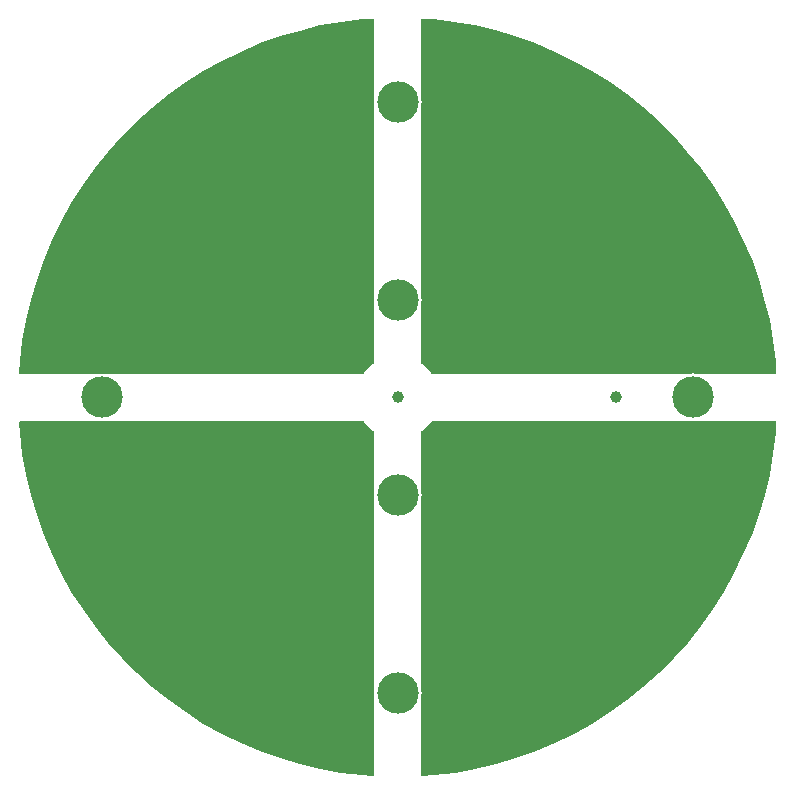
<source format=gtl>
%FSTAX23Y23*%
%MOIN*%
%SFA1B1*%

%IPPOS*%
%ADD14C,0.137800*%
%ADD15C,0.066930*%
%ADD16C,0.039370*%
%LNstator-1*%
%LPD*%
G36*
X03778Y03013D02*
X03792Y02997D01*
X03808Y02983*
X03811Y02981*
Y02775*
X0381Y0277*
X03811Y02764*
Y02116*
X0381Y0211*
X03811Y02105*
Y01835*
X03807Y01832*
X0377Y01834*
X03701Y01843*
X03632Y01855*
X03564Y01871*
X03497Y01891*
X03431Y01915*
X03366Y01942*
X03304Y01972*
X03242Y02007*
X03183Y02044*
X03126Y02085*
X03072Y02128*
X0302Y02175*
X0297Y02224*
X02924Y02276*
X0288Y02331*
X02839Y02388*
X02802Y02447*
X02768Y02508*
X02737Y02571*
X0271Y02636*
X02686Y02701*
X02667Y02768*
X0265Y02836*
X02638Y02905*
X0263Y02975*
X02627Y03012*
X0263Y03016*
X029*
X02905Y03015*
X02911Y03016*
X03776*
X03778Y03013*
G37*
G36*
X03811Y04354D02*
Y04084D01*
X0381Y04079*
X03811Y04073*
Y03425*
X0381Y03419*
X03811Y03414*
Y03208*
X03808Y03206*
X03792Y03192*
X03778Y03176*
X03776Y03173*
X02911*
X02905Y03174*
X029Y03173*
X0263*
X02627Y03177*
X02629Y03214*
X02638Y03283*
X0265Y03352*
X02666Y0342*
X02686Y03487*
X0271Y03553*
X02737Y03618*
X02767Y0368*
X02802Y03742*
X02839Y03801*
X0288Y03858*
X02923Y03912*
X0297Y03964*
X03019Y04014*
X03071Y0406*
X03126Y04104*
X03183Y04145*
X03242Y04182*
X03303Y04216*
X03366Y04247*
X03431Y04274*
X03496Y04298*
X03563Y04317*
X03631Y04334*
X037Y04346*
X0377Y04354*
X03807Y04357*
X03811Y04354*
G37*
G36*
X05152Y03012D02*
X0515Y02975D01*
X05141Y02906*
X05129Y02837*
X05113Y02769*
X05093Y02702*
X05069Y02636*
X05042Y02571*
X05012Y02509*
X04977Y02447*
X0494Y02388*
X04899Y02331*
X04856Y02277*
X04809Y02225*
X0476Y02175*
X04708Y02129*
X04653Y02085*
X04596Y02044*
X04537Y02007*
X04476Y01973*
X04413Y01942*
X04349Y01915*
X04283Y01891*
X04216Y01872*
X04148Y01855*
X04079Y01843*
X04009Y01835*
X03972Y01832*
X03968Y01835*
Y02105*
X03969Y0211*
X03968Y02116*
Y02764*
X03969Y0277*
X03968Y02775*
Y02981*
X03971Y02983*
X03987Y02997*
X04001Y03013*
X04003Y03016*
X04868*
X04874Y03015*
X04879Y03016*
X05149*
X05152Y03012*
G37*
G36*
X04009Y04355D02*
X04078Y04346D01*
X04147Y04334*
X04215Y04318*
X04282Y04298*
X04348Y04274*
X04413Y04247*
X04475Y04217*
X04537Y04182*
X04596Y04145*
X04653Y04104*
X04707Y04061*
X04759Y04014*
X04809Y03965*
X04855Y03913*
X04899Y03858*
X0494Y03801*
X04977Y03742*
X05011Y03681*
X05042Y03618*
X05069Y03554*
X05093Y03488*
X05112Y03421*
X05129Y03353*
X05141Y03284*
X05149Y03214*
X05152Y03177*
X05149Y03173*
X04879*
X04874Y03174*
X04868Y03173*
X04003*
X04001Y03176*
X03987Y03192*
X03971Y03206*
X03968Y03208*
Y03414*
X03969Y03419*
X03968Y03425*
Y04073*
X03969Y04079*
X03968Y04084*
Y04354*
X03972Y04357*
X04009Y04355*
G37*
G54D14*
X0389Y03419D03*
X02905Y03095D03*
X0389Y04079D03*
X04874Y03095D03*
X0389Y0211D03*
Y0277D03*
G54D15*
X04585Y02399D03*
X03194D03*
Y0379D03*
X04585D03*
G54D16*
X04618Y03095D03*
X0389D03*
M02*
</source>
